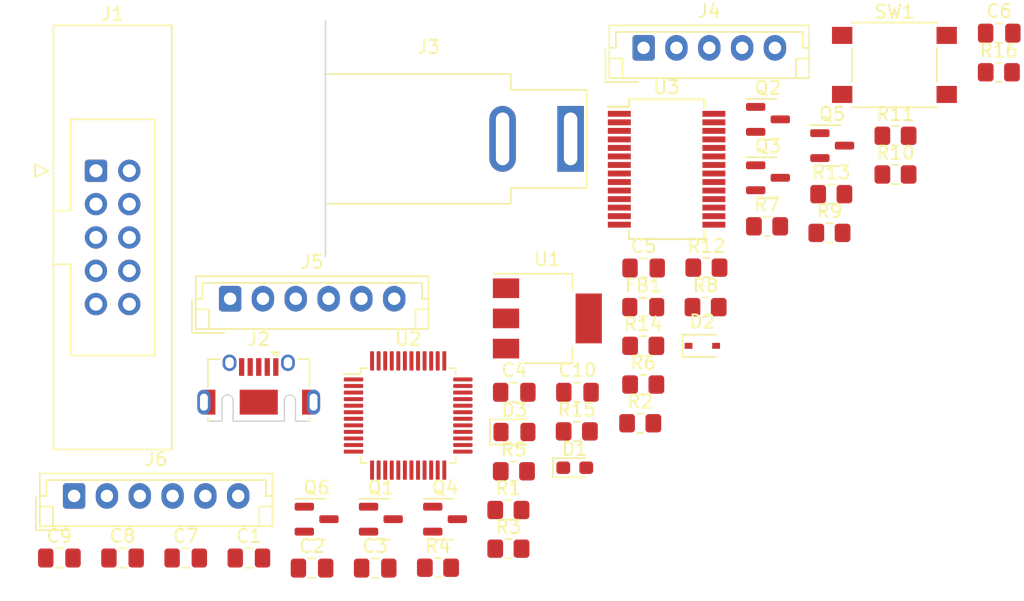
<source format=kicad_pcb>
(kicad_pcb (version 20211014) (generator pcbnew)
  (layers (0 "F.Cu" signal) (31 "B.Cu" power) (34 "B.Paste" user) (35 "F.Paste" user) (36 "B.SilkS" user "B.Silkscreen") (37 "F.SilkS" user "F.Silkscreen") (38 "B.Mask" user) (39 "F.Mask" user) (44 "Edge.Cuts" user))
  (net 0 "")
  (net 1 "+5V")
  (net 2 "GND")
  (net 3 "+3V3")
  (net 4 "/NRST")
  (net 5 "+3.3VA")
  (net 6 "/VUSB 5V")
  (net 7 "/PWR_LED_A")
  (net 8 "Net-(D2-Pad2)")
  (net 9 "Net-(D3-Pad2)")
  (net 10 "/RST")
  (net 11 "/SWDIO_IN")
  (net 12 "/SWIM")
  (net 13 "/SWCLK_IN")
  (net 17 "Net-(J2-Pad2)")
  (net 18 "Net-(J2-Pad3)")
  (net 21 "/SPI1_MOSI")
  (net 22 "/SPI1_MISO")
  (net 23 "/SPI1_SCK")
  (net 24 "/PUL1+")
  (net 25 "/DIR1+")
  (net 26 "/EN1+")
  (net 27 "/PUL2+")
  (net 28 "/DIR2+")
  (net 29 "/EN2+")
  (net 30 "/PA8_GPO")
  (net 31 "/PA9_GPO")
  (net 32 "/PB7_GPO")
  (net 33 "/PA10_GPO")
  (net 34 "/PA11_GPO")
  (net 35 "/PB8_GPO")
  (net 36 "/BOOT0")
  (net 42 "/USART2_CTS")
  (net 43 "/USART2_RTS")
  (net 44 "/USART2_TX")
  (net 45 "/USART2_RX")
  (footprint "Connector_IDC:IDC-Header_2x05_P2.54mm_Latch_Vertical" (layer "F.Cu") (at 46.775 49.23)
    (fp_text reference "J1" (at 1.27 -11.97) (layer "F.SilkS"))
    (fp_text value "Conn_02x05_Odd_Even")
    (fp_line (start -3.24 3.03) (end -1.93 3.03) (layer "F.SilkS") (width 0.12))
    (fp_line (start -1.93 -3.92) (end 4.47 -3.92) (layer "F.SilkS") (width 0.12))
    (fp_line (start -3.24 -11.08) (end 5.78 -11.08) (layer "F.SilkS") (width 0.12))
    (fp_line (start -4.63 0.5) (end -3.63 0) (layer "F.SilkS") (width 0.12))
    (fp_line (start -1.93 3.03) (end -1.93 -3.92) (layer "F.SilkS") (width 0.12))
    (fp_line (start -4.63 -0.5) (end -4.63 0.5) (layer "F.SilkS") (width 0.12))
    (fp_line (start 5.78 21.24) (end -3.24 21.24) (layer "F.SilkS") (width 0.12))
    (fp_line (start -3.63 0) (end -4.63 -0.5) (layer "F.SilkS") (width 0.12))
    (fp_line (start 5.78 -11.08) (end 5.78 21.24) (layer "F.SilkS") (width 0.12))
    (fp_line (start -1.93 7.13) (end -3.24 7.13) (layer "F.SilkS") (width 0.12))
    (fp_line (start 4.47 14.08) (end -1.93 14.08) (layer "F.SilkS") (width 0.12))
    (fp_line (start 4.47 -3.92) (end 4.47 14.08) (layer "F.SilkS") (width 0.12))
    (fp_line (start -3.24 21.24) (end -3.24 -11.08) (layer "F.SilkS") (width 0.12))
    (fp_line (start -1.93 14.08) (end -1.93 7.13) (layer "F.SilkS") (width 0.12))
    (fp_line (start -1.93 7.13) (end -1.93 7.13) (layer "F.SilkS") (width 0.12))
    (pad "1" thru_hole roundrect (at 0 0) (size 1.7 1.7) (drill 1) (layers *.Cu *.Mask) (roundrect_rratio 0.147059) (net 10 "/RST"))
    (pad "2" thru_hole circle (at 2.54 0) (size 1.7 1.7) (drill 1) (layers *.Cu *.Mask) (net 11 "/SWDIO_IN"))
    (pad "3" thru_hole circle (at 0 2.54) (size 1.7 1.7) (drill 1) (layers *.Cu *.Mask) (net 2 "GND"))
    (pad "4" thru_hole circle (at 2.54 2.54) (size 1.7 1.7) (drill 1) (layers *.Cu *.Mask) (net 2 "GND"))
    (pad "5" thru_hole circle (at 0 5.08) (size 1.7 1.7) (drill 1) (layers *.Cu *.Mask) (net 12 "/SWIM"))
    (pad "6" thru_hole circle (at 2.54 5.08) (size 1.7 1.7) (drill 1) (layers *.Cu *.Mask) (net 13 "/SWCLK_IN"))
    (pad "7" thru_hole circle (at 0 7.62) (size 1.7 1.7) (drill 1) (layers *.Cu *.Mask) (net 3 "+3V3"))
    (pad "8" thru_hole circle (at 2.54 7.62) (size 1.7 1.7) (drill 1) (layers *.Cu *.Mask))
    (pad "9" thru_hole circle (at 0 10.16) (size 1.7 1.7) (drill 1) (layers *.Cu *.Mask))
    (pad "10" thru_hole circle (at 2.54 10.16) (size 1.7 1.7) (drill 1) (layers *.Cu *.Mask))
  )
  (footprint "Diode_SMD:D_SOD-323" (layer "F.Cu") (at 92.95 62.57)
    (fp_text reference "D2" (at 0 -1.85) (layer "F.SilkS"))
    (fp_text value "BAT60JFILM")
    (fp_line (start -1.5 -0.85) (end 1.05 -0.85) (layer "F.SilkS") (width 0.12))
    (fp_line (start -1.5 -0.85) (end -1.5 0.85) (layer "F.SilkS") (width 0.12))
    (fp_line (start -1.5 0.85) (end 1.05 0.85) (layer "F.SilkS") (width 0.12))
    (pad "1" smd rect (at -1.05 0) (size 0.6 0.45) (layers "F.Cu" "F.Paste" "F.Mask") (net 1 "+5V"))
    (pad "2" smd rect (at 1.05 0) (size 0.6 0.45) (layers "F.Cu" "F.Paste" "F.Mask") (net 8 "Net-(D2-Pad2)"))
  )
  (footprint "Package_QFP:LQFP-48_7x7mm_P0.5mm" (layer "F.Cu") (at 70.55 67.88)
    (fp_text reference "U2" (at 0 -5.85) (layer "F.SilkS"))
    (fp_text value "STM32F091CBTx")
    (fp_line (start -3.61 3.61) (end -3.61 3.16) (layer "F.SilkS") (width 0.12))
    (fp_line (start -3.16 -3.61) (end -3.61 -3.61) (layer "F.SilkS") (width 0.12))
    (fp_line (start -3.16 3.61) (end -3.61 3.61) (layer "F.SilkS") (width 0.12))
    (fp_line (start -3.61 -3.16) (end -4.9 -3.16) (layer "F.SilkS") (width 0.12))
    (fp_line (start 3.61 3.61) (end 3.61 3.16) (layer "F.SilkS") (width 0.12))
    (fp_line (start -3.61 -3.61) (end -3.61 -3.16) (layer "F.SilkS") (width 0.12))
    (fp_line (start 3.16 3.61) (end 3.61 3.61) (layer "F.SilkS") (width 0.12))
    (fp_line (start 3.16 -3.61) (end 3.61 -3.61) (layer "F.SilkS") (width 0.12))
    (fp_line (start 3.61 -3.61) (end 3.61 -3.16) (layer "F.SilkS") (width 0.12))
    (pad "1" smd roundrect (at -4.1625 -2.75) (size 1.475 0.3) (layers "F.Cu" "F.Paste" "F.Mask") (net 3 "+3V3"))
    (pad "2" smd roundrect (at -4.1625 -2.25) (size 1.475 0.3) (layers "F.Cu" "F.Paste" "F.Mask"))
    (pad "3" smd roundrect (at -4.1625 -1.75) (size 1.475 0.3) (layers "F.Cu" "F.Paste" "F.Mask"))
    (pad "4" smd roundrect (at -4.1625 -1.25) (size 1.475 0.3) (layers "F.Cu" "F.Paste" "F.Mask"))
    (pad "5" smd roundrect (at -4.1625 -0.75) (size 1.475 0.3) (layers "F.Cu" "F.Paste" "F.Mask"))
    (pad "6" smd roundrect (at -4.1625 -0.25) (size 1.475 0.3) (layers "F.Cu" "F.Paste" "F.Mask"))
    (pad "7" smd roundrect (at -4.1625 0.25) (size 1.475 0.3) (layers "F.Cu" "F.Paste" "F.Mask") (net 4 "/NRST"))
    (pad "8" smd roundrect (at -4.1625 0.75) (size 1.475 0.3) (layers "F.Cu" "F.Paste" "F.Mask") (net 2 "GND"))
    (pad "9" smd roundrect (at -4.1625 1.25) (size 1.475 0.3) (layers "F.Cu" "F.Paste" "F.Mask") (net 5 "+3.3VA"))
    (pad "10" smd roundrect (at -4.1625 1.75) (size 1.475 0.3) (layers "F.Cu" "F.Paste" "F.Mask") (net 42 "/USART2_CTS"))
    (pad "11" smd roundrect (at -4.1625 2.25) (size 1.475 0.3) (layers "F.Cu" "F.Paste" "F.Mask") (net 43 "/USART2_RTS"))
    (pad "12" smd roundrect (at -4.1625 2.75) (size 1.475 0.3) (layers "F.Cu" "F.Paste" "F.Mask") (net 44 "/USART2_TX"))
    (pad "13" smd roundrect (at -2.75 4.1625) (size 0.3 1.475) (layers "F.Cu" "F.Paste" "F.Mask") (net 45 "/USART2_RX"))
    (pad "14" smd roundrect (at -2.25 4.1625) (size 0.3 1.475) (layers "F.Cu" "F.Paste" "F.Mask"))
    (pad "15" smd roundrect (at -1.75 4.1625) (size 0.3 1.475) (layers "F.Cu" "F.Paste" "F.Mask"))
    (pad "16" smd roundrect (at -1.25 4.1625) (size 0.3 1.475) (layers "F.Cu" "F.Paste" "F.Mask"))
    (pad "17" smd roundrect (at -0.75 4.1625) (size 0.3 1.475) (layers "F.Cu" "F.Paste" "F.Mask"))
    (pad "18" smd roundrect (at -0.25 4.1625) (size 0.3 1.475) (layers "F.Cu" "F.Paste" "F.Mask"))
    (pad "19" smd roundrect (at 0.25 4.1625) (size 0.3 1.475) (layers "F.Cu" "F.Paste" "F.Mask"))
    (pad "20" smd roundrect (at 0.75 4.1625) (size 0.3 1.475) (layers "F.Cu" "F.Paste" "F.Mask"))
    (pad "21" smd roundrect (at 1.25 4.1625) (size 0.3 1.475) (layers "F.Cu" "F.Paste" "F.Mask"))
    (pad "22" smd roundrect (at 1.75 4.1625) (size 0.3 1.475) (layers "F.Cu" "F.Paste" "F.Mask"))
    (pad "23" smd roundrect (at 2.25 4.1625) (size 0.3 1.475) (layers "F.Cu" "F.Paste" "F.Mask") (net 2 "GND"))
    (pad "24" smd roundrect (at 2.75 4.1625) (size 0.3 1.475) (layers "F.Cu" "F.Paste" "F.Mask") (net 3 "+3V3"))
    (pad "25" smd roundrect (at 4.1625 2.75) (size 1.475 0.3) (layers "F.Cu" "F.Paste" "F.Mask"))
    (pad "26" smd roundrect (at 4.1625 2.25) (size 1.475 0.3) (layers "F.Cu" "F.Paste" "F.Mask"))
    (pad "27" smd roundrect (at 4.1625 1.75) (size 1.475 0.3) (layers "F.Cu" "F.Paste" "F.Mask"))
    (pad "28" smd roundrect (at 4.1625 1.25) (size 1.475 0.3) (layers "F.Cu" "F.Paste" "F.Mask"))
    (pad "29" smd roundrect (at 4.1625 0.75) (size 1.475 0.3) (layers "F.Cu" "F.Paste" "F.Mask") (net 30 "/PA8_GPO"))
    (pad "30" smd roundrect (at 4.1625 0.25) (size 1.475 0.3) (layers "F.Cu" "F.Paste" "F.Mask") (net 31 "/PA9_GPO"))
    (pad "31" smd roundrect (at 4.1625 -0.25) (size 1.475 0.3) (layers "F.Cu" "F.Paste" "F.Mask") (net 33 "/PA10_GPO"))
    (pad "32" smd roundrect (at 4.1625 -0.75) (size 1.475 0.3) (layers "F.Cu" "F.Paste" "F.Mask") (net 34 "/PA11_GPO"))
    (pad "33" smd roundrect (at 4.1625 -1.25) (size 1.475 0.3) (layers "F.Cu" "F.Paste" "F.Mask"))
    (pad "34" smd roundrect (at 4.1625 -1.75) (size 1.475 0.3) (layers "F.Cu" "F.Paste" "F.Mask") (net 11 "/SWDIO_IN"))
    (pad "35" smd roundrect (at 4.1625 -2.25) (size 1.475 0.3) (layers "F.Cu" "F.Paste" "F.Mask") (net 2 "GND"))
    (pad "36" smd roundrect (at 4.1625 -2.75) (size 1.475 0.3) (layers "F.Cu" "F.Paste" "F.Mask") (net 3 "+3V3"))
    (pad "37" smd roundrect (at 2.75 -4.1625) (size 0.3 1.475) (layers "F.Cu" "F.Paste" "F.Mask") (net 13 "/SWCLK_IN"))
    (pad "38" smd roundrect (at 2.25 -4.1625) (size 0.3 1.475) (layers "F.Cu" "F.Paste" "F.Mask"))
    (pad "39" smd roundrect (at 1.75 -4.1625) (size 0.3 1.475) (layers "F.Cu" "F.Paste" "F.Mask") (net 23 "/SPI1_SCK"))
    (pad "40" smd roundrect (at 1.25 -4.1625) (size 0.3 1.475) (layers "F.Cu" "F.Paste" "F.Mask") (net 22 "/SPI1_MISO"))
    (pad "41" smd roundrect (at 0.75 -4.1625) (size 0.3 1.475) (layers "F.Cu" "F.Paste" "F.Mask") (net 21 "/SPI1_MOSI"))
    (pad "42" smd roundrect (at 0.25 -4.1625) (size 0.3 1.475) (layers "F.Cu" "F.Paste" "F.Mask"))
    (pad "43" smd roundrect (at -0.25 -4.1625) (size 0.3 1.475) (layers "F.Cu" "F.Paste" "F.Mask") (net 32 "/PB7_GPO"))
    (pad "44" smd roundrect (at -0.75 -4.1625) (size 0.3 1.475) (layers "F.Cu" "F.Paste" "F.Mask") (net 36 "/BOOT0"))
    (pad "45" smd roundrect (at -1.25 -4.1625) (size 0.3 1.475) (layers "F.Cu" "F.Paste" "F.Mask") (net 35 "/PB8_GPO"))
    (pad "46" smd roundrect (at -1.75 -4.1625) (size 0.3 1.475) (layers "F.Cu" "F.Paste" "F.Mask"))
    (pad "47" smd roundrect (at -2.25 -4.1625) (size 0.3 1.475) (layers "F.Cu" "F.Paste" "F.Mask") (net 2 "GND"))
    (pad "48" smd roundrect (at -2.75 -4.1625) (size 0.3 1.475) (layers "F.Cu" "F.Paste" "F.Mask") (net 3 "+3V3"))
  )
  (footprint "Resistor_SMD:R_0805_2012Metric_Pad1.20x1.40mm_HandSolder" (layer "F.Cu") (at 88.45 62.57)
    (fp_text reference "R14" (at 0 -1.65) (layer "F.SilkS"))
    (fp_text value "10k")
    (fp_line (start -0.227064 0.735) (end 0.227064 0.735) (layer "F.SilkS") (width 0.12))
    (fp_line (start -0.227064 -0.735) (end 0.227064 -0.735) (layer "F.SilkS") (width 0.12))
    (pad "1" smd roundrect (at -1 0) (size 1.2 1.4) (layers "F.Cu" "F.Paste" "F.Mask") (roundrect_rratio 0.208333) (net 1 "+5V"))
    (pad "2" smd roundrect (at 1 0) (size 1.2 1.4) (layers "F.Cu" "F.Paste" "F.Mask") (roundrect_rratio 0.208333) (net 27 "/PUL2+"))
  )
  (footprint "Connector_USB:USB_Micro-AB_Molex_47590-0001" (layer "F.Cu") (at 59.17 66.86)
    (fp_text reference "J2" (at 0 -4.8 -180) (layer "F.SilkS"))
    (fp_text value "USB_B_Mini")
    (fp_line (start 3 -3.27) (end 3.87 -3.27) (layer "F.SilkS") (width 0.12))
    (fp_line (start 1.3 -3.5) (end 1 -3.8) (layer "F.SilkS") (width 0.12))
    (fp_line (start -3.87 -3.27) (end -3.87 -1.2) (layer "F.SilkS") (width 0.12))
    (fp_line (start 1 -3.8) (end 1.6 -3.8) (layer "F.SilkS") (width 0.12))
    (fp_line (start 3.87 1.2) (end 3.87 1.45) (layer "F.SilkS") (width 0.12))
    (fp_line (start -3.87 1.2) (end -3.87 1.45) (layer "F.SilkS") (width 0.12))
    (fp_line (start -3.87 -3.27) (end -3 -3.27) (layer "F.SilkS") (width 0.12))
    (fp_line (start 1.3 -3.5) (end 1.6 -3.8) (layer "F.SilkS") (width 0.12))
    (fp_line (start 3.87 -3.27) (end 3.87 -1.2) (layer "F.SilkS") (width 0.12))
    (fp_line (start -3.75 1.45) (end -2.8 1.45) (layer "Edge.Cuts") (width 0.1))
    (fp_line (start -1.95 1.45) (end 1.95 1.45) (layer "Edge.Cuts") (width 0.1))
    (fp_line (start 1.95 -0.125) (end 1.95 1.45) (layer "Edge.Cuts") (width 0.1))
    (fp_line (start -2.8 -0.125) (end -2.8 1.45) (layer "Edge.Cuts") (width 0.1))
    (fp_line (start -1.95 -0.125) (end -1.95 1.45) (layer "Edge.Cuts") (width 0.1))
    (fp_line (start 2.8 1.45) (end 3.75 1.45) (layer "Edge.Cuts") (width 0.1))
    (fp_line (start 2.8 -0.125) (end 2.8 1.45) (layer "Edge.Cuts") (width 0.1))
    (fp_arc (start -2.8 -0.125) (mid -2.375 -0.55) (end -1.95 -0.125) (layer "Edge.Cuts") (width 0.1))
    (fp_arc (start 1.95 -0.125) (mid 2.375 -0.55) (end 2.8 -0.125) (layer "Edge.Cuts") (width 0.1))
    (pad "1" smd rect (at 1.3 -2.675) (size 0.4 1.35) (layers "F.Cu" "F.Paste" "F.Mask") (net 6 "/VUSB 5V"))
    (pad "2" smd rect (at 0.65 -2.675) (size 0.4 1.35) (layers "F.Cu" "F.Paste" "F.Mask") (net 17 "Net-(J2-Pad2)"))
    (pad "3" smd rect (at 0 -2.675) (size 0.4 1.35) (layers "F.Cu" "F.Paste" "F.Mask") (net 18 "Net-(J2-Pad3)"))
    (pad "4" smd rect (at -0.65 -2.675) (size 0.4 1.35) (layers "F.Cu" "F.Paste" "F.Mask"))
    (pad "5" smd rect (at -1.3 -2.675) (size 0.4 1.35) (layers "F.Cu" "F.Paste" "F.Mask") (net 2 "GND"))
    (pad "6" thru_hole oval (at 2.225 -3) (size 1.05 1.25) (drill oval 0.65 0.85) (layers *.Cu *.Mask))
    (pad "6" smd rect (at 3.7375 0) (size 0.875 1.9) (layers "F.Cu" "F.Mask"))
    (pad "6" thru_hole oval (at 4.175 0) (size 1 1.9) (drill oval 0.6 1.3) (layers *.Cu *.Mask))
    (pad "6" thru_hole oval (at -4.175 0) (size 1 1.9) (drill oval 0.6 1.3) (layers *.Cu *.Mask))
    (pad "6" thru_hole oval (at -2.225 -3) (size 1.05 1.25) (drill oval 0.65 0.85) (layers *.Cu *.Mask))
    (pad "6" smd rect (at 0 0) (size 2.9 1.9) (layers "F.Cu" "F.Paste" "F.Mask"))
    (pad "6" smd rect (at -3.7375 0) (size 0.875 1.9) (layers "F.Cu" "F.Mask"))
  )
  (footprint "Package_TO_SOT_SMD:SOT-23" (layer "F.Cu") (at 97.95 49.76)
    (fp_text reference "Q3" (at 0 -2.4) (layer "F.SilkS"))
    (fp_text value "BSS138")
    (fp_line (start 0 1.56) (end -0.65 1.56) (layer "F.SilkS") (width 0.12))
    (fp_line (start 0 -1.56) (end -1.675 -1.56) (layer "F.SilkS") (width 0.12))
    (fp_line (start 0 1.56) (end 0.65 1.56) (layer "F.SilkS") (width 0.12))
    (fp_line (start 0 -1.56) (end 0.65 -1.56) (layer "F.SilkS") (width 0.12))
    (pad "1" smd roundrect (at -0.9375 -0.95) (size 1.475 0.6) (layers "F.Cu" "F.Paste" "F.Mask") (net 3 "+3V3"))
    (pad "2" smd roundrect (at -0.9375 0.95) (size 1.475 0.6) (layers "F.Cu" "F.Paste" "F.Mask") (net 32 "/PB7_GPO"))
    (pad "3" smd roundrect (at 0.9375 0) (size 1.475 0.6) (layers "F.Cu" "F.Paste" "F.Mask") (net 26 "/EN1+"))
  )
  (footprint "Button_Switch_SMD:SW_SPST_PTS645" (layer "F.Cu") (at 107.58 41.16)
    (fp_text reference "SW1" (at 0 -4.05) (layer "F.SilkS"))
    (fp_text value "SW_Push")
    (fp_line (start -3.23 -3.23) (end 3.23 -3.23) (layer "F.SilkS") (width 0.12))
    (fp_line (start 3.23 3.23) (end 3.23 3.2) (layer "F.SilkS") (width 0.12))
    (fp_line (start -3.23 3.23) (end -3.23 3.2) (layer "F.SilkS") (width 0.12))
    (fp_line (start -3.23 -3.2) (end -3.23 -3.23) (layer "F.SilkS") (width 0.12))
    (fp_line (start -3.23 -1.3) (end -3.23 1.3) (layer "F.SilkS") (width 0.12))
    (fp_line (start -3.23 3.23) (end 3.23 3.23) (layer "F.SilkS") (width 0.12))
    (fp_line (start 3.23 -3.23) (end 3.23 -3.2) (layer "F.SilkS") (width 0.12))
    (fp_line (start 3.23 -1.3) (end 3.23 1.3) (layer "F.SilkS") (width 0.12))
    (pad "1" smd rect (at 3.98 -2.25) (size 1.55 1.3) (layers "F.Cu" "F.Paste" "F.Mask") (net 2 "GND"))
    (pad "1" smd rect (at -3.98 -2.25) (size 1.55 1.3) (layers "F.Cu" "F.Paste" "F.Mask") (net 2 "GND"))
    (pad "2" smd rect (at 3.98 2.25) (size 1.55 1.3) (layers "F.Cu" "F.Paste" "F.Mask") (net 4 "/NRST"))
    (pad "2" smd rect (at -3.98 2.25) (size 1.55 1.3) (layers "F.Cu" "F.Paste" "F.Mask") (net 4 "/NRST"))
  )
  (footprint "Resistor_SMD:R_0805_2012Metric_Pad1.20x1.40mm_HandSolder" (layer "F.Cu") (at 97.88 53.46)
    (fp_text reference "R7" (at 0 -1.65) (layer "F.SilkS"))
    (fp_text value "10k")
    (fp_line (start -0.227064 0.735) (end 0.227064 0.735) (layer "F.SilkS") (width 0.12))
    (fp_line (start -0.227064 -0.735) (end 0.227064 -0.735) (layer "F.SilkS") (width 0.12))
    (pad "1" smd roundrect (at -1 0) (size 1.2 1.4) (layers "F.Cu" "F.Paste" "F.Mask") (roundrect_rratio 0.208333) (net 3 "+3V3"))
    (pad "2" smd roundrect (at 1 0) (size 1.2 1.4) (layers "F.Cu" "F.Paste" "F.Mask") (roundrect_rratio 0.208333) (net 32 "/PB7_GPO"))
  )
  (footprint "Capacitor_SMD:C_0805_2012Metric_Pad1.18x1.45mm_HandSolder" (layer "F.Cu") (at 88.48 56.64)
    (fp_text reference "C5" (at 0 -1.68) (layer "F.SilkS"))
    (fp_text value ".1uF")
    (fp_line (start -0.261252 -0.735) (end 0.261252 -0.735) (layer "F.SilkS") (width 0.12))
    (fp_line (start -0.261252 0.735) (end 0.261252 0.735) (layer "F.SilkS") (width 0.12))
    (pad "1" smd roundrect (at -1.0375 0) (size 1.175 1.45) (layers "F.Cu" "F.Paste" "F.Mask") (roundrect_rratio 0.212766) (net 3 "+3V3"))
    (pad "2" smd roundrect (at 1.0375 0) (size 1.175 1.45) (layers "F.Cu" "F.Paste" "F.Mask") (roundrect_rratio 0.212766) (net 2 "GND"))
  )
  (footprint "LED_SMD:LED_0603_1608Metric_Pad1.05x0.95mm_HandSolder" (layer "F.Cu") (at 83.235 71.86)
    (fp_text reference "D1" (at 0 -1.43) (layer "F.SilkS"))
    (fp_text value "LED")
    (fp_line (start -1.66 -0.735) (end -1.66 0.735) (layer "F.SilkS") (width 0.12))
    (fp_line (start -1.66 0.735) (end 0.8 0.735) (layer "F.SilkS") (width 0.12))
    (fp_line (start 0.8 -0.735) (end -1.66 -0.735) (layer "F.SilkS") (width 0.12))
    (pad "1" smd roundrect (at -0.875 0) (size 1.05 0.95) (layers "F.Cu" "F.Paste" "F.Mask") (net 7 "/PWR_LED_A"))
    (pad "2" smd roundrect (at 0.875 0) (size 1.05 0.95) (layers "F.Cu" "F.Paste" "F.Mask") (net 3 "+3V3"))
  )
  (footprint "Resistor_SMD:R_0805_2012Metric_Pad1.20x1.40mm_HandSolder" (layer "F.Cu") (at 93.26 56.61)
    (fp_text reference "R12" (at 0 -1.65) (layer "F.SilkS"))
    (fp_text value "10k")
    (fp_line (start -0.227064 -0.735) (end 0.227064 -0.735) (layer "F.SilkS") (width 0.12))
    (fp_line (start -0.227064 0.735) (end 0.227064 0.735) (layer "F.SilkS") (width 0.12))
    (pad "1" smd roundrect (at -1 0) (size 1.2 1.4) (layers "F.Cu" "F.Paste" "F.Mask") (roundrect_rratio 0.208333) (net 1 "+5V"))
    (pad "2" smd roundrect (at 1 0) (size 1.2 1.4) (layers "F.Cu" "F.Paste" "F.Mask") (roundrect_rratio 0.208333) (net 25 "/DIR1+"))
  )
  (footprint "Connector_JST:JST_EH_B5B-EH-A_1x05_P2.50mm_Vertical" (layer "F.Cu") (at 88.48 39.86)
    (fp_text reference "J4" (at 5 -2.8) (layer "F.SilkS"))
    (fp_text value "Conn_01x05_Male")
    (fp_line (start -2.61 2.31) (end 12.61 2.31) (layer "F.SilkS") (width 0.12))
    (fp_line (start -2.61 0) (end -2.11 0) (layer "F.SilkS") (width 0.12))
    (fp_line (start 12.61 0.81) (end 11.61 0.81) (layer "F.SilkS") (width 0.12))
    (fp_line (start 12.61 -1.71) (end -2.61 -1.71) (layer "F.SilkS") (width 0.12))
    (fp_line (start 12.11 -1.21) (end 12.11 0) (layer "F.SilkS") (width 0.12))
    (fp_line (start -2.91 2.61) (end -0.41 2.61) (layer "F.SilkS") (width 0.12))
    (fp_line (start -2.91 0.11) (end -2.91 2.61) (layer "F.SilkS") (width 0.12))
    (fp_line (start -2.11 0) (end -2.11 -1.21) (layer "F.SilkS") (width 0.12))
    (fp_line (start -2.11 -1.21) (end 12.11 -1.21) (layer "F.SilkS") (width 0.12))
    (fp_line (start -2.61 -1.71) (end -2.61 2.31) (layer "F.SilkS") (width 0.12))
    (fp_line (start -2.61 0.81) (end -1.61 0.81) (layer "F.SilkS") (width 0.12))
    (fp_line (start 12.61 2.31) (end 12.61 -1.71) (layer "F.SilkS") (width 0.12))
    (fp_line (start -1.61 0.81) (end -1.61 2.31) (layer "F.SilkS") (width 0.12))
    (fp_line (start 11.61 0.81) (end 11.61 2.31) (layer "F.SilkS") (width 0.12))
    (fp_line (start 12.11 0) (end 12.61 0) (layer "F.SilkS") (width 0.12))
    (pad "1" thru_hole roundrect (at 0 0) (size 1.7 1.95) (drill 0.95) (layers *.Cu *.Mask) (roundrect_rratio 0.147059) (net 3 "+3V3"))
    (pad "2" thru_hole oval (at 2.5 0) (size 1.7 1.95) (drill 0.95) (layers *.Cu *.Mask) (net 21 "/SPI1_MOSI"))
    (pad "3" thru_hole oval (at 5 0) (size 1.7 1.95) (drill 0.95) (layers *.Cu *.Mask) (net 22 "/SPI1_MISO"))
    (pad "4" thru_hole oval (at 7.5 0) (size 1.7 1.95) (drill 0.95) (layers *.Cu *.Mask) (net 23 "/SPI1_SCK"))
    (pad "5" thru_hole oval (at 10 0) (size 1.7 1.95) (drill 0.95) (layers *.Cu *.Mask) (net 2 "GND"))
  )
  (footprint "Resistor_SMD:R_0805_2012Metric_Pad1.20x1.40mm_HandSolder" (layer "F.Cu") (at 115.53 41.72)
    (fp_text reference "R16" (at 0 -1.65) (layer "F.SilkS"))
    (fp_text value "10k")
    (fp_line (start -0.227064 0.735) (end 0.227064 0.735) (layer "F.SilkS") (width 0.12))
    (fp_line (start -0.227064 -0.735) (end 0.227064 -0.735) (layer "F.SilkS") (width 0.12))
    (pad "1" smd roundrect (at -1 0) (size 1.2 1.4) (layers "F.Cu" "F.Paste" "F.Mask") (roundrect_rratio 0.208333) (net 1 "+5V"))
    (pad "2" smd roundrect (at 1 0) (size 1.2 1.4) (layers "F.Cu" "F.Paste" "F.Mask") (roundrect_rratio 0.208333) (net 29 "/EN2+"))
  )
  (footprint "Resistor_SMD:R_0805_2012Metric_Pad1.20x1.40mm_HandSolder" (layer "F.Cu") (at 88.22 68.47)
    (fp_text reference "R2" (at 0 -1.65) (layer "F.SilkS"))
    (fp_text value "100k")
    (fp_line (start -0.227064 0.735) (end 0.227064 0.735) (layer "F.SilkS") (width 0.12))
    (fp_line (start -0.227064 -0.735) (end 0.227064 -0.735) (layer "F.SilkS") (width 0.12))
    (pad "1" smd roundrect (at -1 0) (size 1.2 1.4) (layers "F.Cu" "F.Paste" "F.Mask") (roundrect_rratio 0.208333) (net 2 "GND"))
    (pad "2" smd roundrect (at 1 0) (size 1.2 1.4) (layers "F.Cu" "F.Paste" "F.Mask") (roundrect_rratio 0.208333) (net 36 "/BOOT0"))
  )
  (footprint "Capacitor_SMD:C_0805_2012Metric_Pad1.18x1.45mm_HandSolder" (layer "F.Cu") (at 48.8 78.74)
    (fp_text reference "C8" (at 0 -1.68) (layer "F.SilkS"))
    (fp_text value ".1uF")
    (fp_line (start -0.261252 -0.735) (end 0.261252 -0.735) (layer "F.SilkS") (width 0.12))
    (fp_line (start -0.261252 0.735) (end 0.261252 0.735) (layer "F.SilkS") (width 0.12))
    (pad "1" smd roundrect (at -1.0375 0) (size 1.175 1.45) (layers "F.Cu" "F.Paste" "F.Mask") (roundrect_rratio 0.212766) (net 3 "+3V3"))
    (pad "2" smd roundrect (at 1.0375 0) (size 1.175 1.45) (layers "F.Cu" "F.Paste" "F.Mask") (roundrect_rratio 0.212766) (net 2 "GND"))
  )
  (footprint "Resistor_SMD:R_0805_2012Metric_Pad1.20x1.40mm_HandSolder" (layer "F.Cu") (at 78.18 78.03)
    (fp_text reference "R3" (at 0 -1.65) (layer "F.SilkS"))
    (fp_text value "100k")
    (fp_line (start -0.227064 0.735) (end 0.227064 0.735) (layer "F.SilkS") (width 0.12))
    (fp_line (start -0.227064 -0.735) (end 0.227064 -0.735) (layer "F.SilkS") (width 0.12))
    (pad "1" smd roundrect (at -1 0) (size 1.2 1.4) (layers "F.Cu" "F.Paste" "F.Mask") (roundrect_rratio 0.208333) (net 3 "+3V3"))
    (pad "2" smd roundrect (at 1 0) (size 1.2 1.4) (layers "F.Cu" "F.Paste" "F.Mask") (roundrect_rratio 0.208333) (net 4 "/NRST"))
  )
  (footprint "Package_TO_SOT_SMD:SOT-23" (layer "F.Cu") (at 102.84 47.31)
    (fp_text reference "Q5" (at 0 -2.4) (layer "F.SilkS"))
    (fp_text value "BSS138")
    (fp_line (start 0 -1.56) (end -1.675 -1.56) (layer "F.SilkS") (width 0.12))
    (fp_line (start 0 1.56) (end -0.65 1.56) (layer "F.SilkS") (width 0.12))
    (fp_line (start 0 -1.56) (end 0.65 -1.56) (layer "F.SilkS") (width 0.12))
    (fp_line (start 0 1.56) (end 0.65 1.56) (layer "F.SilkS") (width 0.12))
    (pad "1" smd roundrect (at -0.9375 -0.95) (size 1.475 0.6) (layers "F.Cu" "F.Paste" "F.Mask") (net 3 "+3V3"))
    (pad "2" smd roundrect (at -0.9375 0.95) (size 1.475 0.6) (layers "F.Cu" "F.Paste" "F.Mask") (net 34 "/PA11_GPO"))
    (pad "3" smd roundrect (at 0.9375 0) (size 1.475 0.6) (layers "F.Cu" "F.Paste" "F.Mask") (net 28 "/DIR2+"))
  )
  (footprint "Capacitor_SMD:C_0805_2012Metric_Pad1.18x1.45mm_HandSolder" (layer "F.Cu") (at 83.44 66.11)
    (fp_text reference "C10" (at 0 -1.68) (layer "F.SilkS"))
    (fp_text value "10u")
    (fp_line (start -0.261252 -0.735) (end 0.261252 -0.735) (layer "F.SilkS") (width 0.12))
    (fp_line (start -0.261252 0.735) (end 0.261252 0.735) (layer "F.SilkS") (width 0.12))
    (pad "1" smd roundrect (at -1.0375 0) (size 1.175 1.45) (layers "F.Cu" "F.Paste" "F.Mask") (roundrect_rratio 0.212766) (net 2 "GND"))
    (pad "2" smd roundrect (at 1.0375 0) (size 1.175 1.45) (layers "F.Cu" "F.Paste" "F.Mask") (roundrect_rratio 0.212766) (net 6 "/VUSB 5V"))
  )
  (footprint "Connector_JST:JST_EH_B6B-EH-A_1x06_P2.50mm_Vertical" (layer "F.Cu") (at 45.11 74.01)
    (fp_text reference "J6" (at 6.25 -2.8) (layer "F.SilkS"))
    (fp_text value "Conn_01x06_Male")
    (fp_line (start -2.11 0) (end -2.11 -1.21) (layer "F.SilkS") (width 0.12))
    (fp_line (start -1.61 0.81) (end -1.61 2.31) (layer "F.SilkS") (width 0.12))
    (fp_line (start 15.11 -1.71) (end -2.61 -1.71) (layer "F.SilkS") (width 0.12))
    (fp_line (start -2.11 -1.21) (end 14.61 -1.21) (layer "F.SilkS") (width 0.12))
    (fp_line (start -2.61 -1.71) (end -2.61 2.31) (layer "F.SilkS") (width 0.12))
    (fp_line (start 14.11 0.81) (end 14.11 2.31) (layer "F.SilkS") (width 0.12))
    (fp_line (start 15.11 0.81) (end 14.11 0.81) (layer "F.SilkS") (width 0.12))
    (fp_line (start -2.61 0.81) (end -1.61 0.81) (layer "F.SilkS") (width 0.12))
    (fp_line (start 15.11 2.31) (end 15.11 -1.71) (layer "F.SilkS") (width 0.12))
    (fp_line (start -2.61 2.31) (end 15.11 2.31) (layer "F.SilkS") (width 0.12))
    (fp_line (start -2.91 2.61) (end -0.41 2.61) (layer "F.SilkS") (width 0.12))
    (fp_line (start -2.61 0) (end -2.11 0) (layer "F.SilkS") (width 0.12))
    (fp_line (start -2.91 0.11) (end -2.91 2.61) (layer "F.SilkS") (width 0.12))
    (fp_line (start 14.61 -1.21) (end 14.61 0) (layer "F.SilkS") (width 0.12))
    (fp_line (start 14.61 0) (end 15.11 0) (layer "F.SilkS") (width 0.12))
    (pad "1" thru_hole roundrect (at 0 0) (size 1.7 1.95) (drill 0.95) (layers *.Cu *.Mask) (roundrect_rratio 0.147059) (net 2 "GND"))
    (pad "2" thru_hole oval (at 2.5 0) (size 1.7 1.95) (drill 0.95) (layers *.Cu *.Mask) (net 27 "/PUL2+"))
    (pad "3" thru_hole oval (at 5 0) (size 1.7 1.95) (drill 0.95) (layers *.Cu *.Mask) (net 2 "GND"))
    (pad "4" thru_hole oval (at 7.5 0) (size 1.7 1.95) (drill 0.95) (layers *.Cu *.Mask) (net 28 "/DIR2+"))
    (pad "5" thru_hole oval (at 10 0) (size 1.7 1.95) (drill 0.95) (layers *.Cu *.Mask) (net 2 "GND"))
    (pad "6" thru_hole oval (at 12.5 0) (size 1.7 1.95) (drill 0.95) (layers *.Cu *.Mask) (net 29 "/EN2+"))
  )
  (footprint "Resistor_SMD:R_0805_2012Metric_Pad1.20x1.40mm_HandSolder" (layer "F.Cu") (at 93.2 59.62)
    (fp_text reference "R8" (at 0 -1.65) (layer "F.SilkS"))
    (fp_text value "10k")
    (fp_line (start -0.227064 -0.735) (end 0.227064 -0.735) (layer "F.SilkS") (width 0.12))
    (fp_line (start -0.227064 0.735) (end 0.227064 0.735) (layer "F.SilkS") (width 0.12))
    (pad "1" smd roundrect (at -1 0) (size 1.2 1.4) (layers "F.Cu" "F.Paste" "F.Mask") (roundrect_rratio 0.208333) (net 3 "+3V3"))
    (pad "2" smd roundrect (at 1 0) (size 1.2 1.4) (layers "F.Cu" "F.Paste" "F.Mask") (roundrect_rratio 0.208333) (net 33 "/PA10_GPO"))
  )
  (footprint "Capacitor_SMD:C_0805_2012Metric_Pad1.18x1.45mm_HandSolder" (layer "F.Cu") (at 43.99 78.74)
    (fp_text reference "C9" (at 0 -1.68) (layer "F.SilkS"))
    (fp_text value ".1uF")
    (fp_line (start -0.261252 0.735) (end 0.261252 0.735) (layer "F.SilkS") (width 0.12))
    (fp_line (start -0.261252 -0.735) (end 0.261252 -0.735) (layer "F.SilkS") (width 0.12))
    (pad "1" smd roundrect (at -1.0375 0) (size 1.175 1.45) (layers "F.Cu" "F.Paste" "F.Mask") (roundrect_rratio 0.212766) (net 5 "+3.3VA"))
    (pad "2" smd roundrect (at 1.0375 0) (size 1.175 1.45) (layers "F.Cu" "F.Paste" "F.Mask") (roundrect_rratio 0.212766) (net 2 "GND"))
  )
  (footprint "Inductor_SMD:L_0805_2012Metric_Pad1.15x1.40mm_HandSolder" (layer "F.Cu") (at 88.45 59.62)
    (fp_text reference "FB1" (at 0 -1.65) (layer "F.SilkS"))
    (fp_text value "Ferrite Bead")
    (fp_line (start -0.261252 0.71) (end 0.261252 0.71) (layer "F.SilkS") (width 0.12))
    (fp_line (start -0.261252 -0.71) (end 0.261252 -0.71) (layer "F.SilkS") (width 0.12))
    (pad "1" smd roundrect (at -1.025 0) (size 1.15 1.4) (layers "F.Cu" "F.Paste" "F.Mask") (roundrect_rratio 0.217391) (net 5 "+3.3VA"))
    (pad "2" smd roundrect (at 1.025 0) (size 1.15 1.4) (layers "F.Cu" "F.Paste" "F.Mask") (roundrect_rratio 0.217391) (net 3 "+3V3"))
  )
  (footprint "LED_SMD:LED_0805_2012Metric_Pad1.15x1.40mm_HandSolder" (layer "F.Cu") (at 78.645 69.135)
    (fp_text reference "D3" (at 0 -1.65) (layer "F.SilkS"))
    (fp_text value "LED")
    (fp_line (start -1.86 0.96) (end 1 0.96) (layer "F.SilkS") (width 0.12))
    (fp_line (start -1.86 -0.96) (end -1.86 0.96) (layer "F.SilkS") (width 0.12))
    (fp_line (start 1 -0.96) (end -1.86 -0.96) (layer "F.SilkS") (width 0.12))
    (pad "1" smd roundrect (at -1.025 0) (size 1.15 1.4) (layers "F.Cu" "F.Paste" "F.Mask") (roundrect_rratio 0.217391) (net 2 "GND"))
    (pad "2" smd roundrect (at 1.025 0) (size 1.15 1.4) (layers "F.Cu" "F.Paste" "F.Mask") (roundrect_rratio 0.217391) (net 9 "Net-(D3-Pad2)"))
  )
  (footprint "Capacitor_SMD:C_0805_2012Metric_Pad1.18x1.45mm_HandSolder" (layer "F.Cu") (at 63.23 79.51)
    (fp_text reference "C2" (at 0 -1.68) (layer "F.SilkS"))
    (fp_text value "22u")
    (fp_line (start -0.261252 -0.735) (end 0.261252 -0.735) (layer "F.SilkS") (width 0.12))
    (fp_line (start -0.261252 0.735) (end 0.261252 0.735) (layer "F.SilkS") (width 0.12))
    (pad "1" smd roundrect (at -1.0375 0) (size 1.175 1.45) (layers "F.Cu" "F.Paste" "F.Mask") (roundrect_rratio 0.212766) (net 3 "+3V3"))
    (pad "2" smd roundrect (at 1.0375 0) (size 1.175 1.45) (layers "F.Cu" "F.Paste" "F.Mask") (roundrect_rratio 0.212766) (net 2 "GND"))
  )
  (footprint "Package_TO_SOT_SMD:SOT-23" (layer "F.Cu") (at 73.36 75.78)
    (fp_text reference "Q4" (at 0 -2.4) (layer "F.SilkS"))
    (fp_text value "BSS138")
    (fp_line (start 0 1.56) (end 0.65 1.56) (layer "F.SilkS") (width 0.12))
    (fp_line (start 0 -1.56) (end -1.675 -1.56) (layer "F.SilkS") (width 0.12))
    (fp_line (start 0 -1.56) (end 0.65 -1.56) (layer "F.SilkS") (width 0.12))
    (fp_line (start 0 1.56) (end -0.65 1.56) (layer "F.SilkS") (width 0.12))
    (pad "1" smd roundrect (at -0.9375 -0.95) (size 1.475 0.6) (layers "F.Cu" "F.Paste" "F.Mask") (net 3 "+3V3"))
    (pad "2" smd roundrect (at -0.9375 0.95) (size 1.475 0.6) (layers "F.Cu" "F.Paste" "F.Mask") (net 33 "/PA10_GPO"))
    (pad "3" smd roundrect (at 0.9375 0) (size 1.475 0.6) (layers "F.Cu" "F.Paste" "F.Mask") (net 27 "/PUL2+"))
  )
  (footprint "Capacitor_SMD:C_0805_2012Metric_Pad1.18x1.45mm_HandSolder" (layer "F.Cu") (at 78.63 66.11)
    (fp_text reference "C4" (at 0 -1.68) (layer "F.SilkS"))
    (fp_text value ".1uF")
    (fp_line (start -0.261252 -0.735) (end 0.261252 -0.735) (layer "F.SilkS") (width 0.12))
    (fp_line (start -0.261252 0.735) (end 0.261252 0.735) (layer "F.SilkS") (width 0.12))
    (pad "1" smd roundrect (at -1.0375 0) (size 1.175 1.45) (layers "F.Cu" "F.Paste" "F.Mask") (roundrect_rratio 0.212766) (net 3 "+3V3"))
    (pad "2" smd roundrect (at 1.0375 0) (size 1.175 1.45) (layers "F.Cu" "F.Paste" "F.Mask") (roundrect_rratio 0.212766) (net 2 "GND"))
  )
  (footprint "Resistor_SMD:R_0805_2012Metric_Pad1.20x1.40mm_HandSolder" (layer "F.Cu") (at 107.66 46.56)
    (fp_text reference "R11" (at 0 -1.65) (layer "F.SilkS"))
    (fp_text value "10k")
    (fp_line (start -0.227064 0.735) (end 0.227064 0.735) (layer "F.SilkS") (width 0.12))
    (fp_line (start -0.227064 -0.735) (end 0.227064 -0.735) (layer "F.SilkS") (width 0.12))
    (pad "1" smd roundrect (at -1 0) (size 1.2 1.4) (layers "F.Cu" "F.Paste" "F.Mask") (roundrect_rratio 0.208333) (net 1 "+5V"))
    (pad "2" smd roundrect (at 1 0) (size 1.2 1.4) (layers "F.Cu" "F.Paste" "F.Mask") (roundrect_rratio 0.208333) (net 24 "/PUL1+"))
  )
  (footprint "Resistor_SMD:R_0805_2012Metric_Pad1.20x1.40mm_HandSolder" (layer "F.Cu") (at 78.6 72.13)
    (fp_text reference "R5" (at 0 -1.65) (layer "F.SilkS"))
    (fp_text value "10k")
    (fp_line (start -0.227064 -0.735) (end 0.227064 -0.735) (layer "F.SilkS") (width 0.12))
    (fp_line (start -0.227064 0.735) (end 0.227064 0.735) (layer "F.SilkS") (width 0.12))
    (pad "1" smd roundrect (at -1 0) (size 1.2 1.4) (layers "F.Cu" "F.Paste" "F.Mask") (roundrect_rratio 0.208333) (net 3 "+3V3"))
    (pad "2" smd roundrect (at 1 0) (size 1.2 1.4) (layers "F.Cu" "F.Paste" "F.Mask") (roundrect_rratio 0.208333) (net 30 "/PA8_GPO"))
  )
  (footprint "Package_TO_SOT_SMD:SOT-23" (layer "F.Cu") (at 68.47 75.78)
    (fp_text reference "Q1" (at 0 -2.4) (layer "F.SilkS"))
    (fp_text value "BSS138")
    (fp_line (start 0 -1.56) (end -1.675 -1.56) (layer "F.SilkS") (width 0.12))
    (fp_line (start 0 -1.56) (end 0.65 -1.56) (layer "F.SilkS") (width 0.12))
    (fp_line (start 0 1.56) (end -0.65 1.56) (layer "F.SilkS") (width 0.12))
    (fp_line (start 0 1.56) (end 0.65 1.56) (layer "F.SilkS") (width 0.12))
    (pad "1" smd roundrect (at -0.9375 -0.95) (size 1.475 0.6) (layers "F.Cu" "F.Paste" "F.Mask") (net 3 "+3V3"))
    (pad "2" smd roundrect (at -0.9375 0.95) (size 1.475 0.6) (layers "F.Cu" "F.Paste" "F.Mask") (net 30 "/PA8_GPO"))
    (pad "3" smd roundrect (at 0.9375 0) (size 1.475 0.6) (layers "F.Cu" "F.Paste" "F.Mask") (net 24 "/PUL1+"))
  )
  (footprint "Resistor_SMD:R_0805_2012Metric_Pad1.20x1.40mm_HandSolder" (layer "F.Cu") (at 78.18 75.08)
    (fp_text reference "R1" (at 0 -1.65) (layer "F.SilkS"))
    (fp_text value "1k")
    (fp_line (start -0.227064 0.735) (end 0.227064 0.735) (layer "F.SilkS") (width 0.12))
    (fp_line (start -0.227064 -0.735) (end 0.227064 -0.735) (layer "F.SilkS") (width 0.12))
    (pad "1" smd roundrect (at -1 0) (size 1.2 1.4) (layers "F.Cu" "F.Paste" "F.Mask") (roundrect_rratio 0.208333) (net 7 "/PWR_LED_A"))
    (pad "2" smd roundrect (at 1 0) (size 1.2 1.4) (layers "F.Cu" "F.Paste" "F.Mask") (roundrect_rratio 0.208333) (net 2 "GND"))
  )
  (footprint "Capacitor_SMD:C_0805_2012Metric_Pad1.18x1.45mm_HandSolder" (layer "F.Cu") (at 68.04 79.51)
    (fp_text reference "C3" (at 0 -1.68) (layer "F.SilkS"))
    (fp_text value "100n")
    (fp_line (start -0.261252 0.735) (end 0.261252 0.735) (layer "F.SilkS") (width 0.12))
    (fp_line (start -0.261252 -0.735) (end 0.261252 -0.735) (layer "F.SilkS") (width 0.12))
    (pad "1" smd roundrect (at -1.0375 0) (size 1.175 1.45) (layers "F.Cu" "F.Paste" "F.Mask") (roundrect_rratio 0.212766) (net 4 "/NRST"))
    (pad "2" smd roundrect (at 1.0375 0) (size 1.175 1.45) (layers "F.Cu" "F.Paste" "F.Mask") (roundrect_rratio 0.212766) (net 2 "GND"))
  )
  (footprint "Capacitor_SMD:C_0805_2012Metric_Pad1.18x1.45mm_HandSolder" (layer "F.Cu") (at 58.42 78.74)
    (fp_text reference "C1" (at 0 -1.68) (layer "F.SilkS"))
    (fp_text value "22u")
    (fp_line (start -0.261252 -0.735) (end 0.261252 -0.735) (layer "F.SilkS") (width 0.12))
    (fp_line (start -0.261252 0.735) (end 0.261252 0.735) (layer "F.SilkS") (width 0.12))
    (pad "1" smd roundrect (at -1.0375 0) (size 1.175 1.45) (layers "F.Cu" "F.Paste" "F.Mask") (roundrect_rratio 0.212766) (net 1 "+5V"))
    (pad "2" smd roundrect (at 1.0375 0) (size 1.175 1.45) (layers "F.Cu" "F.Paste" "F.Mask") (roundrect_rratio 0.212766) (net 2 "GND"))
  )
  (footprint "Package_TO_SOT_SMD:SOT-23" (layer "F.Cu") (at 97.95 45.31)
    (fp_text reference "Q2" (at 0 -2.4) (layer "F.SilkS"))
    (fp_text value "BSS138")
    (fp_line (start 0 1.56) (end -0.65 1.56) (layer "F.SilkS") (width 0.12))
    (fp_line (start 0 -1.56) (end -1.675 -1.56) (layer "F.SilkS") (width 0.12))
    (fp_line (start 0 -1.56) (end 0.65 -1.56) (layer "F.SilkS") (width 0.12))
    (fp_line (start 0 1.56) (end 0.65 1.56) (layer "F.SilkS") (width 0.12))
    (pad "1" smd roundrect (at -0.9375 -0.95) (size 1.475 0.6) (layers "F.Cu" "F.Paste" "F.Mask") (net 3 "+3V3"))
    (pad "2" smd roundrect (at -0.9375 0.95) (size 1.475 0.6) (layers "F.Cu" "F.Paste" "F.Mask") (net 31 "/PA9_GPO"))
    (pad "3" smd roundrect (at 0.9375 0) (size 1.475 0.6) (layers "F.Cu" "F.Paste" "F.Mask") (net 25 "/DIR1+"))
  )
  (footprint "Capacitor_SMD:C_0805_2012Metric_Pad1.18x1.45mm_HandSolder" (layer "F.Cu") (at 115.56 38.74)
    (fp_text reference "C6" (at 0 -1.68) (layer "F.SilkS"))
    (fp_text value ".1uF")
    (fp_line (start -0.261252 0.735) (end 0.261252 0.735) (layer "F.SilkS") (width 0.12))
    (fp_line (start -0.261252 -0.735) (end 0.261252 -0.735) (layer "F.SilkS") (width 0.12))
    (pad "1" smd roundrect (at -1.0375 0) (size 1.175 1.45) (layers "F.Cu" "F.Paste" "F.Mask") (roundrect_rratio 0.212766) (net 3 "+3V3"))
    (pad "2" smd roundrect (at 1.0375 0) (size 1.175 1.45) (layers "F.Cu" "F.Paste" "F.Mask") (roundrect_rratio 0.212766) (net 2 "GND"))
  )
  (footprint "Package_TO_SOT_SMD:SOT-23" (layer "F.Cu") (at 63.58 75.78)
    (fp_text reference "Q6" (at 0 -2.4) (layer "F.SilkS"))
    (fp_text value "BSS138")
    (fp_line (start 0 1.56) (end -0.65 1.56) (layer "F.SilkS") (width 0.12))
    (fp_line (start 0 1.56) (end 0.65 1.56) (layer "F.SilkS") (width 0.12))
    (fp_line (start 0 -1.56) (end 0.65 -1.56) (layer "F.SilkS") (width 0.12))
    (fp_line (start 0 -1.56) (end -1.675 -1.56) (layer "F.SilkS") (width 0.12))
    (pad "1" smd roundrect (at -0.9375 -0.95) (size 1.475 0.6) (layers "F.Cu" "F.Paste" "F.Mask") (net 3 "+3V3"))
    (pad "2" smd roundrect (at -0.9375 0.95) (size 1.475 0.6) (layers "F.Cu" "F.Paste" "F.Mask") (net 35 "/PB8_GPO"))
    (pad "3" smd roundrect (at 0.9375 0) (size 1.475 0.6) (layers "F.Cu" "F.Paste" "F.Mask") (net 29 "/EN2+"))
  )
  (footprint "Resistor_SMD:R_0805_2012Metric_Pad1.20x1.40mm_HandSolder" (layer "F.Cu") (at 102.63 53.96)
    (fp_text reference "R9" (at 0 -1.65) (layer "F.SilkS"))
    (fp_text value "10k")
    (fp_line (start -0.227064 -0.735) (end 0.227064 -0.735) (layer "F.SilkS") (width 0.12))
    (fp_line (start -0.227064 0.735) (end 0.227064 0.735) (layer "F.SilkS") (width 0.12))
    (pad "1" smd roundrect (at -1 0) (size 1.2 1.4) (layers "F.Cu" "F.Paste" "F.Mask") (roundrect_rratio 0.208333) (net 3 "+3V3"))
    (pad "2" smd roundrect (at 1 0) (size 1.2 1.4) (layers "F.Cu" "F.Paste" "F.Mask") (roundrect_rratio 0.208333) (net 34 "/PA11_GPO"))
  )
  (footprint "Connector_BarrelJack:BarrelJack_SwitchcraftConxall_RAPC10U_Horizontal" (layer "F.Cu") (at 82.92 46.795)
    (fp_text reference "J3" (at -10.8 -7) (layer "F.SilkS"))
    (fp_text value "Barrel_Jack")
    (fp_line (start 1.22 3.74) (end 1.22 -3.74) (layer "F.SilkS") (width 0.12))
    (fp_line (start 1.22 -3.74) (end -4.55 -3.74) (layer "F.SilkS") (width 0.12))
    (fp_line (start -4.55 -4.945) (end -18.55 -4.945) (layer "F.SilkS") (width 0.12))
    (fp_line (start -4.55 -3.74) (end -4.55 -4.945) (layer "F.SilkS") (width 0.12))
    (fp_line (start -4.55 3.74) (end 1.22 3.74) (layer "F.SilkS") (width 0.12))
    (fp_line (start -18.55 4.945) (end -4.55 4.945) (layer "F.SilkS") (width 0.12))
    (fp_line (start -4.55 4.945) (end -4.55 3.74) (layer "F.SilkS") (width 0.12))
    (fp_line (start -18.67 -9) (end -18.67 9) (layer "Edge.Cuts") (width 0.12))
    (pad "1" thru_hole rect (at 0 0) (size 2.02 5.02) (drill oval 1.02 4.02) (layers *.Cu *.Mask) (net 8 "Net-(D2-Pad2)"))
    (pad "2" thru_hole oval (at -5.18 0) (size 2.02 5.02) (drill oval 1.02 4.02) (layers *.Cu *.Mask) (net 2 "GND"))
  )
  (footprint "Capacitor_SMD:C_0805_2012Metric_Pad1.18x1.45mm_HandSolder" (layer "F.Cu") (at 53.61 78.74)
    (fp_text reference "C7" (at 0 -1.68) (layer "F.SilkS"))
    (fp_text value ".1uF")
    (fp_line (start -0.261252 -0.735) (end 0.261252 -0.735) (layer "F.SilkS") (width 0.12))
    (fp_line (start -0.261252 0.735) (end 0.261252 0.735) (layer "F.SilkS") (width 0.12))
    (pad "1" smd roundrect (at -1.0375 0) (size 1.175 1.45) (layers "F.Cu" "F.Paste" "F.Mask") (roundrect_rratio 0.212766) (net 3 "+3V3"))
    (pad "2" smd roundrect (at 1.0375 0) (size 1.175 1.45) (layers "F.Cu" "F.Paste" "F.Mask") (roundrect_rratio 0.212766) (net 2 "GND"))
  )
  (footprint "Package_TO_SOT_SMD:SOT-223-3_TabPin2" (layer "F.Cu") (at 81.15 60.48)
    (fp_text reference "U1" (at 0 -4.5) (layer "F.SilkS"))
    (fp_text value "AMS1117-3.3")
    (fp_line (start 1.91 3.41) (end 1.91 2.15) (layer "F.SilkS") (width 0.12))
    (fp_line (start -1.85 3.41) (end 1.91 3.41) (layer "F.SilkS") (width 0.12))
    (fp_line (start 1.91 -3.41) (end 1.91 -2.15) (layer "F.SilkS") (width 0.12))
    (fp_line (start -4.1 -3.41) (end 1.91 -3.41) (layer "F.SilkS") (width 0.12))
    (pad "1" smd rect (at -3.15 -2.3) (size 2 1.5) (layers "F.Cu" "F.Paste" "F.Mask") (net 2 "GND"))
    (pad "2" smd rect (at 3.15 0) (size 2 3.8) (layers "F.Cu" "F.Paste" "F.Mask") (net 3 "+3V3"))
    (pad "2" smd rect (at -3.15 0) (size 2 1.5) (layers "F.Cu" "F.Paste" "F.Mask") (net 3 "+3V3"))
    (pad "3" smd rect (at -3.15 2.3) (size 2 1.5) (layers "F.Cu" "F.Paste" "F.Mask") (net 1 "+5V"))
  )
  (footprint "Resistor_SMD:R_0805_2012Metric_Pad1.20x1.40mm_HandSolder" (layer "F.Cu") (at 107.66 49.51)
    (fp_text reference "R10" (at 0 -1.65) (layer "F.SilkS"))
    (fp_text value "10k")
    (fp_line (start -0.227064 0.735) (end 0.227064 0.735) (layer "F.SilkS") (width 0.12))
    (fp_line (start -0.227064 -0.735) (end 0.227064 -0.735) (layer "F.SilkS") (width 0.12))
    (pad "1" smd roundrect (at -1 0) (size 1.2 1.4) (layers "F.Cu" "F.Paste" "F.Mask") (roundrect_rratio 0.208333) (net 3 "+3V3"))
    (pad "2" smd roundrect (at 1 0) (size 1.2 1.4) (layers "F.Cu" "F.Paste" "F.Mask") (roundrect_rratio 0.208333) (net 35 "/PB8_GPO"))
  )
  (footprint "Resistor_SMD:R_0805_2012Metric_Pad1.20x1.40mm_HandSolder" (layer "F.Cu") (at 72.82 79.48)
    (fp_text reference "R4" (at 0 -1.65) (layer "F.SilkS"))
    (fp_text value "5k")
    (fp_line (start -0.227064 -0.735) (end 0.227064 -0.735) (layer "F.SilkS") (width 0.12))
    (fp_line (start -0.227064 0.735) (end 0.227064 0.735) (layer "F.SilkS") (width 0.12))
    (pad "1" smd roundrect (at -1 0) (size 1.2 1.4) (layers "F.Cu" "F.Paste" "F.Mask") (roundrect_rratio 0.208333) (net 1 "+5V"))
    (pad "2" smd roundrect (at 1 0) (size 1.2 1.4) (layers "F.Cu" "F.Paste" "F.Mask") (roundrect_rratio 0.208333) (net 9 "Net-(D3-Pad2)"))
  )
  (footprint "Resistor_SMD:R_0805_2012Metric_Pad1.20x1.40mm_HandSolder" (layer "F.Cu") (at 102.77 51.01)
    (fp_text reference "R13" (at 0 -1.65) (layer "F.SilkS"))
    (fp_text value "10k")
    (fp_line (start -0.227064 0.735) (end 0.227064 0.735) (layer "F.SilkS") (width 0.12))
    (fp_line (start -0.227064 -0.735) (end 0.227064 -0.735) (layer "F.SilkS") (width 0.12))
    (pad "1" smd roundrect (at -1 0) (size 1.2 1.4) (layers "F.Cu" "F.Paste" "F.Mask") (roundrect_rratio 0.208333) (net 1 "+5V"))
    (pad "2" smd roundrect (at 1 0) (size 1.2 1.4) (layers "F.Cu" "F.Paste" "F.Mask") (roundrect_rratio 0.208333) (net 26 "/EN1+"))
  )
  (footprint "Connector_JST:JST_EH_B6B-EH-A_1x06_P2.50mm_Vertical" (layer "F.Cu") (at 56.99 58.98)
    (fp_text reference "J5" (at 6.25 -2.8) (layer "F.SilkS"))
    (fp_text value "Conn_01x06_Male")
    (fp_line (start -2.91 2.61) (end -0.41 2.61) (layer "F.SilkS") (width 0.12))
    (fp_line (start 14.61 0) (end 15.11 0) (layer "F.SilkS") (width 0.12))
    (fp_line (start -2.11 0) (end -2.11 -1.21) (layer "F.SilkS") (width 0.12))
    (fp_line (start -2.61 0.81) (end -1.61 0.81) (layer "F.SilkS") (width 0.12))
    (fp_line (start 15.11 2.31) (end 15.11 -1.71) (layer "F.SilkS") (width 0.12))
    (fp_line (start -2.61 -1.71) (end -2.61 2.31) (layer "F.SilkS") (width 0.12))
    (fp_line (start 15.11 -1.71) (end -2.61 -1.71) (layer "F.SilkS") (width 0.12))
    (fp_line (start 14.11 0.81) (end 14.11 2.31) (layer "F.SilkS") (width 0.12))
    (fp_line (start -2.61 2.31) (end 15.11 2.31) (layer "F.SilkS") (width 0.12))
    (fp_line (start -1.61 0.81) (end -1.61 2.31) (layer "F.SilkS") (width 0.12))
    (fp_line (start -2.91 0.11) (end -2.91 2.61) (layer "F.SilkS") (width 0.12))
    (fp_line (start -2.11 -1.21) (end 14.61 -1.21) (layer "F.SilkS") (width 0.12))
    (fp_line (start -2.61 0) (end -2.11 0) (layer "F.SilkS") (width 0.12))
    (fp_line (start 14.61 -1.21) (end 14.61 0) (layer "F.SilkS") (width 0.12))
    (fp_line (start 15.11 0.81) (end 14.11 0.81) (layer "F.SilkS") (width 0.12))
    (pad "1" thru_hole roundrect (at 0 0) (size 1.7 1.95) (drill 0.95) (layers *.Cu *.Mask) (roundrect_rratio 0.147059) (net 2 "GND"))
    (pad "2" thru_hole oval (at 2.5 0) (size 1.7 1.95) (drill 0.95) (layers *.Cu *.Mask) (net 24 "/PUL1+"))
    (pad "3" thru_hole oval (at 5 0) (size 1.7 1.95) (drill 0.95) (layers *.Cu *.Mask) (net 2 "GND"))
    (pad "4" thru_hole oval (at 7.5 0) (size 1.7 1.95) (drill 0.95) (layers *.Cu *.Mask) (net 25 "/DIR1+"))
    (pad "5" thru_hole oval (at 10 0) (size 1.7 1.95) (drill 0.95) (layers *.Cu *.Mask) (net 2 "GND"))
    (pad "6" thru_hole oval (at 12.5 0) (size 1.7 1.95) (drill 0.95) (layers *.Cu *.Mask) (net 26 "/EN1+"))
  )
  (footprint "Package_SO:SSOP-28_5.3x10.2mm_P0.65mm" (layer "F.Cu") (at 90.23 49.11)
    (fp_text reference "U3" (at 0 -6.25) (layer "F.SilkS"))
    (fp_text value "FT232RL")
    (fp_line (start 2.875 -5.325) (end 2.875 -4.675) (layer "F.SilkS") (width 0.15))
    (fp_line (start 2.875 5.325) (end 2.875 4.675) (layer "F.SilkS") (width 0.15))
    (fp_line (start -2.875 5.325) (end -2.875 4.675) (layer "F.SilkS") (width 0.15))
    (fp_line (start -2.875 -5.325) (end 2.875 -5.325) (layer "F.SilkS") (width 0.15))
    (fp_line (start -2.875 -5.325) (end -2.875 -4.75) (layer "F.SilkS") (width 0.15))
    (fp_line (start -2.875 -4.75) (end -4.475 -4.75) (layer "F.SilkS") (width 0.15))
    (fp_line (start -2.875 5.325) (end 2.875 5.325) (layer "F.SilkS") (width 0.15))
    (pad "1" smd rect (at -3.6 -4.225) (size 1.75 0.45) (layers "F.Cu" "F.Paste" "F.Mask") (net 44 "/USART2_TX"))
    (pad "2" smd rect (at -3.6 -3.575) (size 1.75 0.45) (layers "F.Cu" "F.Paste" "F.Mask"))
    (pad "3" smd rect (at -3.6 -2.925) (size 1.75 0.45) (layers "F.Cu" "F.Paste" "F.Mask") (net 43 "/USART2_RTS"))
    (pad "4" smd rect (at -3.6 -2.275) (size 1.75 0.45) (layers "F.Cu" "F.Paste" "F.Mask") (net 3 "+3V3"))
    (pad "5" smd rect (at -3.6 -1.625) (size 1.75 0.45) (layers "F.Cu" "F.Paste" "F.Mask") (net 45 "/USART2_RX"))
    (pad "6" smd rect (at -3.6 -0.975) (size 1.75 0.45) (layers "F.Cu" "F.Paste" "F.Mask"))
    (pad "7" smd rect (at -3.6 -0.325) (size 1.75 0.45) (layers "F.Cu" "F.Paste" "F.Mask") (net 2 "GND"))
    (pad "8" smd rect (at -3.6 0.325) (size 1.75 0.45) (layers "F.Cu" "F.Paste" "F.Mask"))
    (pad "9" smd rect (at -3.6 0.975) (size 1.75 0.45) (layers "F.Cu" "F.Paste" "F.Mask"))
    (pad "10" smd rect (at -3.6 1.625) (size 1.75 0.45) (layers "F.Cu" "F.Paste" "F.Mask"))
    (pad "11" smd rect (at -3.6 2.275) (size 1.75 0.45) (layers "F.Cu" "F.Paste" "F.Mask") (net 42 "/USART2_CTS"))
    (pad "12" smd rect (at -3.6 2.925) (size 1.75 0.45) (layers "F.Cu" "F.Paste" "F.Mask"))
    (pad "13" smd rect (at -3.6 3.575) (size 1.75 0.45) (layers "F.Cu" "F.Paste" "F.Mask"))
    (pad "14" smd rect (at -3.6 4.225) (size 1.75 0.45) (layers "F.Cu" "F.Paste" "F.Mask"))
    (pad "15" smd rect (at 3.6 4.225) (size 1.75 0.45) (layers "F.Cu" "F.Paste" "F.Mask") (net 18 "Net-(J2-Pad3)"))
    (pad "16" smd rect (at 3.6 3.575) (size 1.75 0.45) (layers "F.Cu" "F.Paste" "F.Mask") (net 17 "Net-(J2-Pad2)"))
    (pad "17" smd rect (at 3.6 2.925) (size 1.75 0.45) (layers "F.Cu" "F.Paste" "F.Mask"))
    (pad "18" smd rect (at 3.6 2.275) (size 1.75 0.45) (layers "F.Cu" "F.Paste" "F.Mask") (net 2 "GND"))
    (pad "19" smd rect (at 3.6 1.625) (size 1.75 0.45) (layers "F.Cu" "F.Paste" "F.Mask") (net 3 "+3V3"))
    (pad "20" smd rect (at 3.6 0.975) (size 1.75 0.45) (layers "F.Cu" "F.Paste" "F.Mask") (net 6 "/VUSB 5V"))
    (pad "21" smd rect (at 3.6 0.325) (size 1.75 0.45) (layers "F.Cu" "F.Paste" "F.Mask") (net 2 "GND"))
    (pad "22" smd rect (at 3.6 -0.325) (size 1.75 0.45) (layers "F.Cu" "F.Paste" "F.Mask"))
    (pad "23" smd rect (at 3.6 -0.975) (size 1.75 0.45) (layers "F.Cu" "F.Paste" "F.Mask"))
    (pad "24" smd rect (at 3.6 -1.625) (size 1.75 0.45) (layers "F.Cu" "F.Paste" "F.Mask"))
    (pad "25" smd rect (at 3.6 -2.275) (size 1.75 0.45) (layers "F.Cu" "F.Paste" "F.Mask") (net 2 "GND"))
    (pad "26" smd rect (at 3.6 -2.925) (size 1.75 0.45) (layers "F.Cu" "F.Paste" "F.Mask") (net 2 "GND"))
    (pad "27" smd rect (at 3.6 -3.575) (size 1.75 0.45) (layers "F.Cu" "F.Paste" "F.Mask"))
    (pad "28" smd rect (at 3.6 -4.225) (size 1.75 0.45) (layers "F.Cu" "F.Paste" "F.Mask"))
  )
  (footprint "Resistor_SMD:R_0805_2012Metric_Pad1.20x1.40mm_HandSolder" (layer "F.Cu") (at 83.39 69.09)
    (fp_text reference "R15" (at 0 -1.65) (layer "F.SilkS"))
    (fp_text value "10k")
    (fp_line (start -0.227064 0.735) (end 0.227064 0.735) (layer "F.SilkS") (width 0.12))
    (fp_line (start -0.227064 -0.735) (end 0.227064 -0.735) (layer "F.SilkS") (width 0.12))
    (pad "1" smd roundrect (at -1 0) (size 1.2 1.4) (layers "F.Cu" "F.Paste" "F.Mask") (roundrect_rratio 0.208333) (net 1 "+5V"))
    (pad "2" smd roundrect (at 1 0) (size 1.2 1.4) (layers "F.Cu" "F.Paste" "F.Mask") (roundrect_rratio 0.208333) (net 28 "/DIR2+"))
  )
  (footprint "Resistor_SMD:R_0805_2012Metric_Pad1.20x1.40mm_HandSolder" (layer "F.Cu") (at 88.45 65.52)
    (fp_text reference "R6" (at 0 -1.65) (layer "F.SilkS"))
    (fp_text value "10k")
    (fp_line (start -0.227064 -0.735) (end 0.227064 -0.735) (layer "F.SilkS") (width 0.12))
    (fp_line (start -0.227064 0.735) (end 0.227064 0.735) (layer "F.SilkS") (width 0.12))
    (pad "1" smd roundrect (at -1 0) (size 1.2 1.4) (layers "F.Cu" "F.Paste" "F.Mask") (roundrect_rratio 0.208333) (net 3 "+3V3"))
    (pad "2" smd roundrect (at 1 0) (size 1.2 1.4) (layers "F.Cu" "F.Paste" "F.Mask") (roundrect_rratio 0.208333) (net 31 "/PA9_GPO"))
  )
)
</source>
